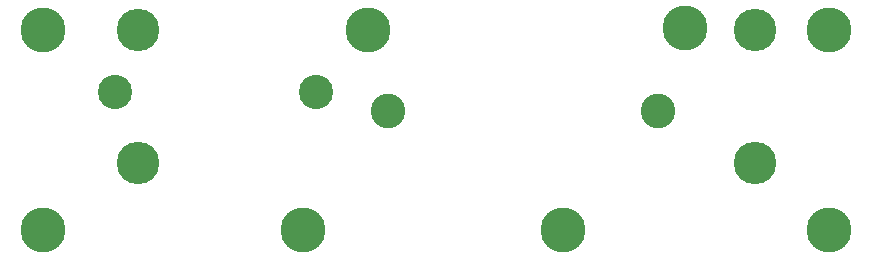
<source format=gbs>
%FSLAX34Y34*%
G04 Gerber Fmt 3.4, Leading zero omitted, Abs format*
G04 (created by PCBNEW (2014-01-19 BZR 4624)-product) date 5/23/2014 12:26:44 AM*
%MOIN*%
G01*
G70*
G90*
G04 APERTURE LIST*
%ADD10C,0.005906*%
%ADD11C,0.149606*%
%ADD12C,0.114173*%
%ADD13C,0.115748*%
%ADD14C,0.141732*%
G04 APERTURE END LIST*
G54D10*
G54D11*
X33858Y-7480D03*
X33858Y-14173D03*
X25000Y-14173D03*
X16338Y-14173D03*
X7677Y-14173D03*
X7677Y-7480D03*
X18503Y-7480D03*
G54D12*
X16771Y-9566D03*
X10078Y-9566D03*
G54D13*
X28161Y-10196D03*
X19161Y-10196D03*
G54D14*
X10826Y-11929D03*
X10826Y-7480D03*
X31417Y-7480D03*
X31417Y-11929D03*
G54D11*
X29055Y-7440D03*
M02*

</source>
